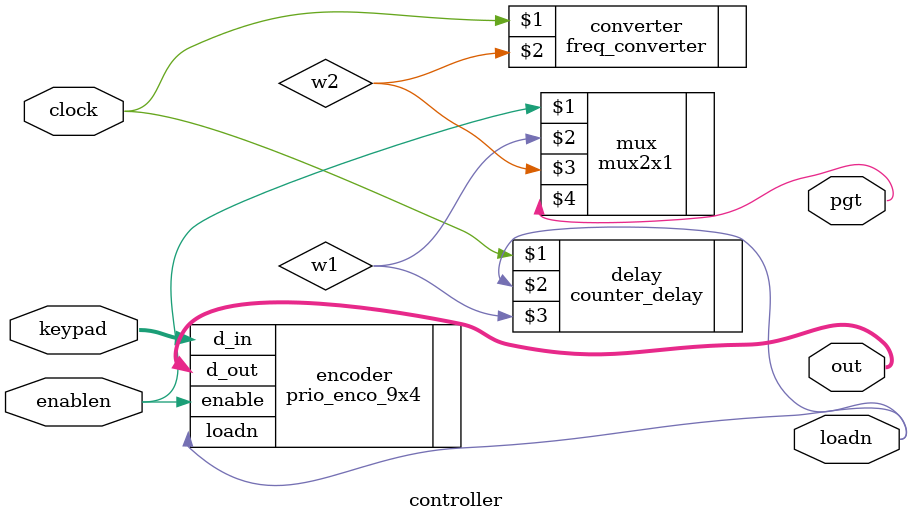
<source format=v>
module controller (
    input wire [9:0] keypad,
    input wire enablen,
    input wire clock,
    output wire [3:0] out,
    output wire loadn,
    output wire pgt
);

wire w1; //fio interno do delay para o mux
wire w2; //fio interno do conversor de frequência para o MUX

prio_enco_9x4 encoder(.d_out(out), .d_in(keypad), .enable(enablen), .loadn(loadn));
counter_delay delay(clock, loadn,w1);
freq_converter converter(clock,w2);
mux2x1 mux(enablen,w1,w2,pgt);

endmodule
</source>
